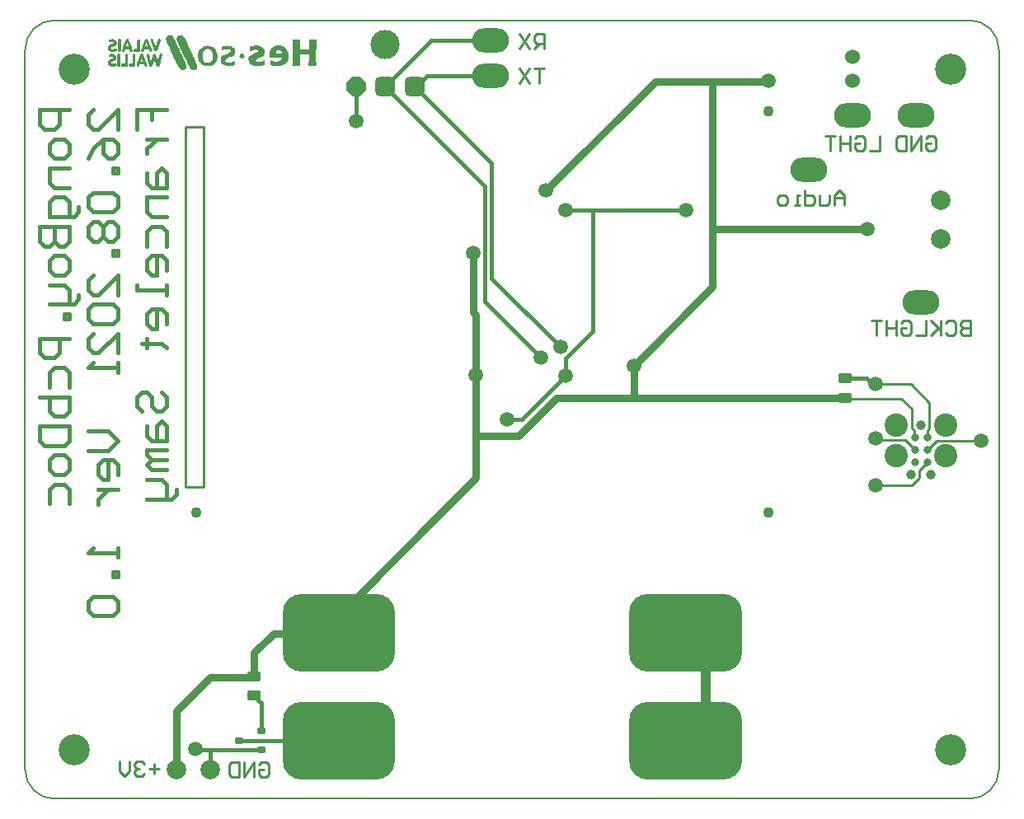
<source format=gtl>
G04*
G04 #@! TF.GenerationSoftware,Altium Limited,Altium Designer,19.0.10 (269)*
G04*
G04 Layer_Physical_Order=1*
G04 Layer_Color=255*
%FSLAX44Y44*%
%MOMM*%
G71*
G01*
G75*
G04:AMPARAMS|DCode=10|XSize=1.1mm|YSize=1.35mm|CornerRadius=0.1375mm|HoleSize=0mm|Usage=FLASHONLY|Rotation=270.000|XOffset=0mm|YOffset=0mm|HoleType=Round|Shape=RoundedRectangle|*
%AMROUNDEDRECTD10*
21,1,1.1000,1.0750,0,0,270.0*
21,1,0.8250,1.3500,0,0,270.0*
1,1,0.2750,-0.5375,-0.4125*
1,1,0.2750,-0.5375,0.4125*
1,1,0.2750,0.5375,0.4125*
1,1,0.2750,0.5375,-0.4125*
%
%ADD10ROUNDEDRECTD10*%
%ADD11C,2.0000*%
G04:AMPARAMS|DCode=12|XSize=0.6mm|YSize=0.9mm|CornerRadius=0.15mm|HoleSize=0mm|Usage=FLASHONLY|Rotation=90.000|XOffset=0mm|YOffset=0mm|HoleType=Round|Shape=RoundedRectangle|*
%AMROUNDEDRECTD12*
21,1,0.6000,0.6000,0,0,90.0*
21,1,0.3000,0.9000,0,0,90.0*
1,1,0.3000,0.3000,0.1500*
1,1,0.3000,0.3000,-0.1500*
1,1,0.3000,-0.3000,-0.1500*
1,1,0.3000,-0.3000,0.1500*
%
%ADD12ROUNDEDRECTD12*%
%ADD13C,0.8000*%
%ADD14C,0.7500*%
%ADD15C,0.4500*%
%ADD16C,1.0000*%
%ADD17C,0.2500*%
%ADD18C,0.2540*%
%ADD19C,0.4000*%
%ADD20C,0.1500*%
%ADD21O,3.8000X2.5000*%
G04:AMPARAMS|DCode=22|XSize=2.032mm|YSize=2.032mm|CornerRadius=0.508mm|HoleSize=0mm|Usage=FLASHONLY|Rotation=180.000|XOffset=0mm|YOffset=0mm|HoleType=Round|Shape=RoundedRectangle|*
%AMROUNDEDRECTD22*
21,1,2.0320,1.0160,0,0,180.0*
21,1,1.0160,2.0320,0,0,180.0*
1,1,1.0160,-0.5080,0.5080*
1,1,1.0160,0.5080,0.5080*
1,1,1.0160,0.5080,-0.5080*
1,1,1.0160,-0.5080,-0.5080*
%
%ADD22ROUNDEDRECTD22*%
%ADD23P,2.1994X8X202.5*%
%ADD24C,3.0000*%
G04:AMPARAMS|DCode=25|XSize=8mm|YSize=8mm|CornerRadius=2mm|HoleSize=0mm|Usage=FLASHONLY|Rotation=180.000|XOffset=0mm|YOffset=0mm|HoleType=Round|Shape=RoundedRectangle|*
%AMROUNDEDRECTD25*
21,1,8.0000,4.0000,0,0,180.0*
21,1,4.0000,8.0000,0,0,180.0*
1,1,4.0000,-2.0000,2.0000*
1,1,4.0000,2.0000,2.0000*
1,1,4.0000,2.0000,-2.0000*
1,1,4.0000,-2.0000,-2.0000*
%
%ADD25ROUNDEDRECTD25*%
%ADD26C,1.1000*%
%ADD27C,2.4000*%
%ADD28C,1.0000*%
%ADD29C,3.2000*%
%ADD30C,1.5240*%
%ADD31C,1.5000*%
G36*
X86514Y780663D02*
X85959Y780571D01*
X85311Y780478D01*
X84663Y780293D01*
X84107Y780015D01*
X83737Y779738D01*
X83552Y779367D01*
Y777979D01*
X84292Y777238D01*
X87070Y777979D01*
X87162D01*
X87255Y777886D01*
X87718Y777608D01*
X88273Y777330D01*
X88366Y777145D01*
X88458Y776960D01*
X83552Y774460D01*
X83459Y774368D01*
X83366Y774275D01*
X82996Y773720D01*
X82718Y772979D01*
X82533Y772516D01*
Y772053D01*
Y771312D01*
Y771127D01*
X82626Y770757D01*
X82811Y770109D01*
X83089Y769461D01*
X83644Y768720D01*
X84478Y768072D01*
X84940Y767887D01*
X85589Y767702D01*
X86237Y767517D01*
X88551D01*
X89014Y767609D01*
X89570Y767702D01*
X90125Y767980D01*
X90773Y768257D01*
X91236Y768720D01*
X91606Y769276D01*
Y770294D01*
X90958Y770942D01*
X90588D01*
X87070Y770294D01*
X86977D01*
X86885Y770387D01*
X86329Y770664D01*
X85866Y771220D01*
X85774Y771590D01*
X85681Y772053D01*
X85774D01*
X85866Y772146D01*
X86144Y772238D01*
X86514Y772331D01*
X87440Y772701D01*
X88458Y773164D01*
X89477Y773720D01*
X90403Y774275D01*
X91144Y774923D01*
X91421Y775201D01*
X91606Y775571D01*
Y776960D01*
Y777145D01*
X91514Y777516D01*
X91329Y778164D01*
X91051Y778904D01*
X90495Y779552D01*
X89662Y780201D01*
X89199Y780386D01*
X88551Y780571D01*
X87903Y780756D01*
X86885D01*
X86514Y780663D01*
D02*
G37*
G36*
X126232Y780386D02*
Y780108D01*
Y780015D01*
X126418Y779552D01*
X126603Y778997D01*
X126788Y778256D01*
X127066Y777330D01*
X127436Y776312D01*
X128177Y774183D01*
X129010Y771961D01*
X129380Y770942D01*
X129751Y770016D01*
X130213Y769276D01*
X130491Y768720D01*
X130862Y768257D01*
X131139Y768165D01*
X132250D01*
X132436Y768350D01*
X132528Y768535D01*
X132713Y768813D01*
X132991Y769183D01*
X133176Y769739D01*
X133546Y770387D01*
X133917Y771127D01*
X134287Y772146D01*
X134750Y773349D01*
X135213Y774738D01*
X135768Y776312D01*
X136417Y778256D01*
X137065Y780386D01*
X136046Y781126D01*
X134935D01*
X134843Y781034D01*
X134565Y780756D01*
X134194Y780201D01*
X134009Y779830D01*
X133732Y779367D01*
X133546Y778719D01*
X133269Y778071D01*
X132898Y777238D01*
X132621Y776219D01*
X132250Y775108D01*
X131880Y773812D01*
X131787Y773905D01*
X131602Y774183D01*
X131232Y774738D01*
X131047Y775201D01*
X130862Y775664D01*
X130584Y776219D01*
X130306Y776960D01*
X130028Y777793D01*
X129565Y778719D01*
X129195Y779830D01*
X128732Y781126D01*
X126973D01*
X126232Y780386D01*
D02*
G37*
G36*
X272421Y779738D02*
X272051D01*
X272421Y778719D01*
X272051Y754555D01*
X271773Y753537D01*
X272051Y753166D01*
X279087D01*
X279735Y753814D01*
Y765017D01*
X288901D01*
Y759462D01*
X288530Y753537D01*
X288901Y753166D01*
X295844D01*
X296215Y753537D01*
X296585D01*
X296215Y759832D01*
X296585Y779738D01*
X296215Y780108D01*
X289549D01*
X288901Y779367D01*
Y769924D01*
X279735D01*
Y775571D01*
X280105Y779738D01*
X279735Y780108D01*
X272791D01*
X272421Y779738D01*
D02*
G37*
G36*
X204280Y773720D02*
X203632D01*
X202706Y773534D01*
X201780Y773349D01*
X200577Y773072D01*
X199373Y772701D01*
Y769554D01*
X200021Y768905D01*
X200114Y768998D01*
X200391Y769090D01*
X200854Y769368D01*
X201410Y769646D01*
X202799Y770109D01*
X203539Y770201D01*
X204280Y770294D01*
X206409D01*
X206872Y770201D01*
X207335Y770016D01*
X207891Y769646D01*
X208354Y769276D01*
X208724Y768628D01*
X208816Y767794D01*
Y767702D01*
X208631Y767517D01*
X208261Y767239D01*
X207983Y767054D01*
X207613Y766869D01*
X207150Y766591D01*
X206595Y766313D01*
X205946Y766035D01*
X205113Y765665D01*
X204187Y765295D01*
X203076Y764924D01*
X201780Y764461D01*
X200391Y763998D01*
X200299Y763906D01*
X200021Y763628D01*
X199743Y763258D01*
X199280Y762795D01*
X198910Y762239D01*
X198632Y761591D01*
X198355Y761036D01*
X198262Y760480D01*
Y758351D01*
Y758258D01*
Y758166D01*
X198355Y757610D01*
X198725Y756777D01*
X199003Y756407D01*
X199373Y755851D01*
X199836Y755388D01*
X200391Y754925D01*
X201132Y754462D01*
X201965Y753999D01*
X202984Y753629D01*
X204187Y753259D01*
X205483Y752981D01*
X207057Y752796D01*
X207335D01*
X207613Y752888D01*
X208076D01*
X209002Y753074D01*
X210205Y753259D01*
X211316Y753537D01*
X212335Y753814D01*
X212798Y753999D01*
X213075Y754185D01*
X213260Y754370D01*
X213353Y754555D01*
Y755296D01*
Y755388D01*
Y755666D01*
X213260Y756129D01*
X213168Y756592D01*
X213075Y757055D01*
X212890Y757518D01*
X212612Y757888D01*
X212242Y758073D01*
X212149Y757981D01*
X211872Y757795D01*
X211409Y757518D01*
X210761Y757240D01*
X210020Y756870D01*
X209002Y756592D01*
X207891Y756407D01*
X206687Y756314D01*
X206131D01*
X205761Y756407D01*
X205206Y756592D01*
X204558Y756870D01*
X203909Y757240D01*
X203354Y757703D01*
X202984Y758351D01*
X202799Y759092D01*
Y759184D01*
X202891Y759369D01*
X203262Y759740D01*
X203539Y760017D01*
X203817Y760203D01*
X204280Y760573D01*
X204835Y760851D01*
X205576Y761221D01*
X206317Y761591D01*
X207335Y761962D01*
X208446Y762332D01*
X209742Y762795D01*
X211224Y763258D01*
X211316Y763350D01*
X211594Y763628D01*
X211872Y763998D01*
X212242Y764554D01*
X212705Y765109D01*
X212983Y765665D01*
X213260Y766220D01*
X213353Y766776D01*
Y768905D01*
Y768998D01*
X213260Y769090D01*
X213075Y769646D01*
X212612Y770479D01*
X211872Y771405D01*
X211409Y771775D01*
X210853Y772238D01*
X210205Y772701D01*
X209464Y773072D01*
X208539Y773349D01*
X207613Y773627D01*
X206502Y773720D01*
X205298Y773812D01*
X204835D01*
X204280Y773720D01*
D02*
G37*
G36*
X232147Y773720D02*
X231407Y773627D01*
X230574Y773534D01*
X229740Y773349D01*
X229092Y773072D01*
X228537Y772794D01*
X228444Y772609D01*
X228351Y772423D01*
Y769276D01*
X229092Y768165D01*
X229185Y768257D01*
X229463Y768350D01*
X229925Y768628D01*
X230481Y768905D01*
X231222Y769183D01*
X232147Y769461D01*
X233166Y769739D01*
X234277Y769924D01*
X234369D01*
X234647Y769831D01*
X235110Y769646D01*
X235480Y769461D01*
X235943Y769183D01*
X236406Y768813D01*
X236684Y768350D01*
X236777Y767794D01*
X236684D01*
X236406Y767609D01*
X235943Y767424D01*
X235388Y767146D01*
X234647Y766869D01*
X233906Y766498D01*
X232240Y765758D01*
X230574Y764832D01*
X229833Y764461D01*
X229092Y763998D01*
X228537Y763628D01*
X228074Y763258D01*
X227796Y762887D01*
X227703Y762610D01*
X226963Y759832D01*
Y759740D01*
Y759555D01*
X227055Y759184D01*
X227148Y758721D01*
X227426Y757610D01*
X227796Y756962D01*
X228166Y756314D01*
X228629Y755666D01*
X229277Y755018D01*
X230018Y754462D01*
X230944Y753907D01*
X232055Y753444D01*
X233258Y753074D01*
X234740Y752888D01*
X236406Y752796D01*
X237980D01*
X238906Y752888D01*
X239924Y752981D01*
X241035Y753259D01*
X242146Y753537D01*
X243072Y753999D01*
X243442Y754277D01*
X243720Y754555D01*
Y758351D01*
X243072Y759091D01*
X242887Y758999D01*
X242517Y758721D01*
X241869Y758444D01*
X241035Y758073D01*
X240202Y757610D01*
X239184Y757333D01*
X238165Y757055D01*
X237147Y756962D01*
X236869D01*
X236499Y757055D01*
X236128Y757147D01*
X235665Y757425D01*
X235110Y757703D01*
X234647Y758166D01*
X234277Y758721D01*
Y759091D01*
X234369Y759277D01*
X234740Y759462D01*
X234925Y759647D01*
X235295Y759832D01*
X235665Y760110D01*
X236221Y760388D01*
X236869Y760758D01*
X237702Y761128D01*
X238628Y761591D01*
X239647Y762054D01*
X240943Y762610D01*
X242332Y763258D01*
X242424Y763350D01*
X242517Y763628D01*
X242794Y763906D01*
X242980Y764369D01*
X243535Y765387D01*
X243628Y765943D01*
X243720Y766406D01*
Y768535D01*
Y768628D01*
Y768720D01*
X243628Y769183D01*
X243350Y769831D01*
X242887Y770664D01*
X242517Y771127D01*
X242146Y771590D01*
X241591Y772053D01*
X240943Y772423D01*
X240202Y772886D01*
X239276Y773257D01*
X238258Y773534D01*
X237147Y773812D01*
X232703D01*
X232147Y773720D01*
D02*
G37*
G36*
X112623Y779367D02*
Y770664D01*
X110401D01*
X110216Y770572D01*
X109845D01*
X109475Y770387D01*
X109105Y770294D01*
X108734Y770109D01*
X108549Y769831D01*
X108456Y769554D01*
Y768535D01*
X109105Y767794D01*
X115030D01*
X115771Y768535D01*
Y779738D01*
Y779830D01*
X115678Y779923D01*
X115400Y780293D01*
X115122Y780478D01*
X114752Y780571D01*
X114197Y780756D01*
X113641D01*
X112623Y779367D01*
D02*
G37*
G36*
X92995Y779738D02*
Y768535D01*
X94106Y767517D01*
X94754D01*
X95865Y768535D01*
Y779738D01*
X94754Y780756D01*
X94106D01*
X92995Y779738D01*
D02*
G37*
G36*
X101513Y780571D02*
X101328Y780386D01*
X101050Y780108D01*
X100865Y779738D01*
X100587Y779275D01*
X100217Y778627D01*
X99846Y777793D01*
X99476Y776775D01*
X99013Y775571D01*
X98550Y774183D01*
X97995Y772609D01*
X97439Y770664D01*
X96884Y768535D01*
X97902Y767517D01*
X98643D01*
X98828Y767609D01*
X99013Y767702D01*
X99198Y767887D01*
X99383Y768165D01*
X99661Y768720D01*
X99846Y769368D01*
X100031Y770294D01*
X104198D01*
X104568Y769924D01*
Y769831D01*
X104753Y769554D01*
X104938Y769183D01*
X105216Y768720D01*
X105494Y768257D01*
X105772Y767887D01*
X106049Y767609D01*
X106327Y767517D01*
X106975D01*
X108086Y768535D01*
Y768720D01*
X107901Y769090D01*
X107716Y769646D01*
X107531Y770479D01*
X107253Y771405D01*
X106883Y772423D01*
X106142Y774645D01*
X105401Y776868D01*
X104938Y777886D01*
X104568Y778812D01*
X104198Y779645D01*
X103827Y780201D01*
X103457Y780663D01*
X103179Y780756D01*
X101698D01*
X101513Y780571D01*
D02*
G37*
G36*
X121974Y780663D02*
X121511Y780386D01*
X120955Y779830D01*
X120585Y779460D01*
X120215Y778997D01*
X119937Y778349D01*
X119566Y777701D01*
X119196Y776868D01*
X118826Y775849D01*
X118455Y774738D01*
X118178Y773442D01*
X116419Y768535D01*
X117900Y767517D01*
X118178D01*
X118270Y767609D01*
X118455Y767702D01*
X119011Y768257D01*
X119659Y769090D01*
X119844Y769646D01*
X119937Y770294D01*
X124473D01*
Y770201D01*
X124566Y769831D01*
X124751Y769461D01*
X124936Y768905D01*
X125214Y768443D01*
X125584Y767980D01*
X126047Y767609D01*
X126603Y767517D01*
X126695D01*
X126788Y767609D01*
X127251Y767794D01*
X127806Y768257D01*
X127899Y768535D01*
X127992Y768905D01*
Y768998D01*
X127806Y769368D01*
X127714Y769924D01*
X127436Y770572D01*
X127158Y771405D01*
X126881Y772331D01*
X126140Y774368D01*
X125307Y776497D01*
X124844Y777516D01*
X124381Y778441D01*
X123918Y779182D01*
X123547Y779923D01*
X123085Y780386D01*
X122714Y780756D01*
X122344D01*
X121974Y780663D01*
D02*
G37*
G36*
X85033Y765295D02*
X84663Y765202D01*
X84292Y765017D01*
X83922Y764832D01*
X83552Y764461D01*
X83274Y763998D01*
Y762980D01*
Y762887D01*
X83366Y762610D01*
X83737Y762332D01*
X83922Y762239D01*
X84292D01*
X87810Y762610D01*
X88088Y762239D01*
Y761221D01*
X87996D01*
X87810Y761128D01*
X87533Y761036D01*
X87162Y760943D01*
X86237Y760573D01*
X85126Y760110D01*
X84015Y759462D01*
X83089Y758721D01*
X82718Y758258D01*
X82441Y757795D01*
X82255Y757240D01*
X82163Y756684D01*
Y756499D01*
X82255Y756036D01*
X82441Y755388D01*
X82811Y754648D01*
X83366Y753814D01*
X84200Y753074D01*
X84755Y752796D01*
X85403Y752518D01*
X86237Y752333D01*
X87070Y752148D01*
X87255D01*
X87810Y752240D01*
X88458Y752426D01*
X89292Y752611D01*
X90125Y752888D01*
X90866Y753259D01*
X91421Y753722D01*
X91514Y753907D01*
X91606Y754185D01*
Y754555D01*
X90588Y755944D01*
X86422Y755296D01*
X85681Y755944D01*
Y756684D01*
X85774Y756777D01*
X85959Y756962D01*
X86329Y757147D01*
X86885Y757425D01*
X87718Y757795D01*
X88273Y757981D01*
X88921Y758166D01*
X89755Y758444D01*
X90588Y758721D01*
X91236Y760851D01*
Y761869D01*
Y762054D01*
X91051Y762425D01*
X90866Y762980D01*
X90588Y763628D01*
X90125Y764276D01*
X89477Y764832D01*
X88736Y765202D01*
X87810Y765387D01*
X85403D01*
X85033Y765295D01*
D02*
G37*
G36*
X219093Y765665D02*
X218908Y765572D01*
X218630Y765387D01*
X218353Y765017D01*
X218075Y764554D01*
X217797Y763998D01*
X217519Y763258D01*
Y763165D01*
X217612Y762887D01*
X217797Y762610D01*
X217982Y762147D01*
X218538Y761314D01*
X218908Y761036D01*
X219278Y760851D01*
X220667D01*
X221130Y760943D01*
X221500Y761128D01*
X221963Y761406D01*
X222426Y761869D01*
X222704Y762425D01*
X222796Y763258D01*
Y763350D01*
Y763536D01*
X222704Y763906D01*
X222611Y764276D01*
X222426Y764739D01*
X222241Y765109D01*
X221871Y765480D01*
X221408Y765758D01*
X219186D01*
X219093Y765665D01*
D02*
G37*
G36*
X122437Y764647D02*
Y764369D01*
Y764276D01*
X122529Y763813D01*
X122622Y763258D01*
X122714Y762517D01*
X122899Y761591D01*
X123085Y760573D01*
X123547Y758444D01*
X124010Y756221D01*
X124288Y755203D01*
X124566Y754277D01*
X124844Y753537D01*
X125029Y752981D01*
X125307Y752518D01*
X125584Y752426D01*
X127436D01*
X127529Y752518D01*
X127806Y752796D01*
X128084Y753351D01*
X128269Y753722D01*
X128547Y754277D01*
X128732Y754833D01*
X129010Y755573D01*
X129288Y756407D01*
X129565Y757425D01*
X129843Y758536D01*
X130121Y759832D01*
X130491D01*
Y759740D01*
X130584Y759555D01*
X130676Y759184D01*
X130769Y758721D01*
X131047Y757518D01*
X131417Y756129D01*
X131880Y754740D01*
X132343Y753629D01*
X132528Y753074D01*
X132806Y752703D01*
X132991Y752518D01*
X133269Y752426D01*
X135120D01*
X135213Y752611D01*
X135398Y752796D01*
X135491Y753074D01*
X135676Y753444D01*
X135861Y753907D01*
X136046Y754555D01*
X136324Y755388D01*
X136602Y756314D01*
X136880Y757425D01*
X137157Y758814D01*
X137435Y760388D01*
X137805Y762239D01*
X138176Y764369D01*
Y764647D01*
X137435Y765387D01*
X136324D01*
X136231Y765295D01*
X135954Y765017D01*
X135676Y764461D01*
X135491Y763998D01*
X135306Y763536D01*
X135028Y762887D01*
X134843Y762147D01*
X134657Y761314D01*
X134380Y760203D01*
X134194Y759092D01*
X133917Y757703D01*
X133639D01*
Y757795D01*
X133546Y758073D01*
X133454Y758444D01*
X133361Y758906D01*
X133084Y760110D01*
X132713Y761591D01*
X132250Y762980D01*
X131787Y764184D01*
X131510Y764647D01*
X131232Y765017D01*
X131047Y765295D01*
X130769Y765387D01*
X129658D01*
X129565Y765295D01*
X129288Y765017D01*
X128917Y764461D01*
X128732Y763998D01*
X128547Y763536D01*
X128269Y762887D01*
X128084Y762147D01*
X127806Y761314D01*
X127529Y760203D01*
X127251Y759092D01*
X126973Y757703D01*
X126603D01*
Y757795D01*
X126510Y758073D01*
Y758444D01*
X126418Y758906D01*
X126140Y760110D01*
X125862Y761591D01*
X125492Y762980D01*
X125121Y764184D01*
X124844Y764647D01*
X124658Y765017D01*
X124381Y765295D01*
X124196Y765387D01*
X123085D01*
X122437Y764647D01*
D02*
G37*
G36*
X183912Y773720D02*
X183449Y773627D01*
X182893Y773534D01*
X182153Y773349D01*
X181412Y773072D01*
X179745Y772331D01*
X178912Y771775D01*
X178079Y771220D01*
X177338Y770572D01*
X176598Y769739D01*
X176042Y768813D01*
X175579Y767794D01*
X175301Y766683D01*
X175209Y765387D01*
Y762239D01*
Y762147D01*
Y761869D01*
X175301Y761406D01*
X175487Y760851D01*
X175579Y760110D01*
X175857Y759369D01*
X176135Y758536D01*
X176598Y757703D01*
X177061Y756870D01*
X177616Y756036D01*
X178357Y755296D01*
X179190Y754555D01*
X180116Y753999D01*
X181227Y753537D01*
X182523Y753259D01*
X183912Y753166D01*
X186411D01*
X186874Y753259D01*
X187430Y753351D01*
X188170Y753444D01*
X188911Y753722D01*
X189744Y753999D01*
X190578Y754462D01*
X191411Y754925D01*
X192244Y755666D01*
X192985Y756407D01*
X193725Y757425D01*
X194281Y758536D01*
X194744Y759925D01*
X195022Y761499D01*
X195114Y763258D01*
Y763350D01*
Y763721D01*
X195022Y764276D01*
X194929Y764924D01*
X194744Y765665D01*
X194559Y766591D01*
X194188Y767517D01*
X193725Y768535D01*
X193170Y769554D01*
X192429Y770479D01*
X191596Y771405D01*
X190578Y772146D01*
X189281Y772886D01*
X187893Y773349D01*
X186226Y773720D01*
X184282Y773812D01*
X184189D01*
X183912Y773720D01*
D02*
G37*
G36*
X255201Y773720D02*
X254275Y773534D01*
X253164Y773072D01*
X251868Y772331D01*
X251312Y771868D01*
X250664Y771312D01*
X250109Y770572D01*
X249553Y769739D01*
X249090Y768813D01*
X248627Y767794D01*
X248349Y764647D01*
Y762980D01*
X247979Y762610D01*
Y762239D01*
X248072D01*
X248349Y762147D01*
X248812Y762054D01*
X249553Y761869D01*
X250571Y761777D01*
X251868Y761591D01*
X253442Y761499D01*
X261218D01*
X261126Y761313D01*
X260941Y760943D01*
X260663Y760295D01*
X260107Y759647D01*
X259459Y758906D01*
X258626Y758258D01*
X257608Y757888D01*
X256311Y757703D01*
X254275D01*
X249368Y759091D01*
X248997Y758721D01*
Y754925D01*
Y754833D01*
X249183Y754648D01*
X249553Y754370D01*
X250109Y753999D01*
X250942Y753629D01*
X251497Y753444D01*
X252238Y753259D01*
X252978Y753166D01*
X253904Y752981D01*
X254923Y752888D01*
X256034Y752796D01*
X257515D01*
X257885Y752888D01*
X258441Y752981D01*
X259089Y753074D01*
X259922Y753351D01*
X260848Y753629D01*
X261866Y753907D01*
X262792Y754370D01*
X263811Y754925D01*
X264829Y755573D01*
X265755Y756314D01*
X266588Y757240D01*
X267236Y758258D01*
X267792Y759462D01*
X268162Y760758D01*
X268255Y762239D01*
Y763258D01*
Y763350D01*
Y763628D01*
X268162Y764091D01*
X268070Y764739D01*
X267977Y765387D01*
X267792Y766220D01*
X267514Y767146D01*
X267144Y767980D01*
X266681Y768905D01*
X266125Y769831D01*
X265385Y770757D01*
X264551Y771590D01*
X263533Y772331D01*
X262329Y772979D01*
X261033Y773442D01*
X259459Y773812D01*
X255571D01*
X255201Y773720D01*
D02*
G37*
G36*
X92347Y764647D02*
Y753166D01*
X92995Y752426D01*
X94384D01*
X95125Y753166D01*
Y764647D01*
X94384Y765387D01*
X92995D01*
X92347Y764647D01*
D02*
G37*
G36*
X100031Y764369D02*
Y755296D01*
X96513D01*
X95865Y754555D01*
Y753166D01*
X96513Y752426D01*
X102161D01*
X102346Y752518D01*
X102624Y752796D01*
X102809Y753074D01*
X102994Y753444D01*
X103087Y753999D01*
X103179Y754555D01*
Y764369D01*
X102161Y765387D01*
X101050D01*
X100031Y764369D01*
D02*
G37*
G36*
X108086Y764647D02*
Y755296D01*
X104568D01*
X103550Y754185D01*
Y753537D01*
X104568Y752426D01*
X109845D01*
X110864Y753537D01*
Y764369D01*
X109845Y765387D01*
X108734D01*
X108086Y764647D01*
D02*
G37*
G36*
X116233Y765202D02*
X116048Y765017D01*
X115863Y764832D01*
X115678Y764461D01*
X115400Y763998D01*
X115122Y763350D01*
X114845Y762610D01*
X114474Y761777D01*
X114011Y760666D01*
X113548Y759369D01*
X113086Y757888D01*
X112530Y756129D01*
X111882Y754185D01*
Y753166D01*
X112623Y752426D01*
X113826D01*
X113919Y752518D01*
X114197Y752703D01*
X114382Y753074D01*
X114660Y753444D01*
X114845Y754092D01*
X115030Y754925D01*
X119381D01*
X119474Y754833D01*
X119659Y754648D01*
X119844Y754277D01*
X120122Y753907D01*
X120400Y753259D01*
X120677Y752426D01*
X122159D01*
X122529Y752611D01*
X122714Y752796D01*
X122807Y752981D01*
X122992Y753351D01*
X123085Y753814D01*
Y753907D01*
X122899Y754277D01*
X122714Y754925D01*
X122529Y755666D01*
X122159Y756499D01*
X121881Y757518D01*
X121048Y759647D01*
X120215Y761684D01*
X119844Y762702D01*
X119474Y763628D01*
X119103Y764276D01*
X118733Y764924D01*
X118455Y765295D01*
X118178Y765387D01*
X116326D01*
X116233Y765202D01*
D02*
G37*
G36*
X144934Y784552D02*
X144471Y784367D01*
X143823Y784089D01*
X143175Y783533D01*
X142620Y782700D01*
X142434Y782237D01*
X142157Y781589D01*
X142064Y780941D01*
X141972Y780108D01*
Y780015D01*
X142064Y779830D01*
X142249Y779460D01*
X142434Y778997D01*
X142712Y778349D01*
X143083Y777608D01*
X143453Y776775D01*
X143823Y775849D01*
X144749Y773812D01*
X145860Y771498D01*
X146971Y768905D01*
X148175Y766220D01*
X149471Y763536D01*
X150767Y760851D01*
X151971Y758258D01*
X153174Y755851D01*
X154378Y753629D01*
X154933Y752703D01*
X155396Y751777D01*
X155859Y751037D01*
X156322Y750296D01*
X156692Y749741D01*
X157063Y749278D01*
X158822Y749000D01*
X159933D01*
X160303Y749093D01*
X160766Y749185D01*
X161321Y749463D01*
X161877Y749926D01*
X162525Y750574D01*
X162988Y751500D01*
X163358Y752796D01*
Y753537D01*
Y753629D01*
X163266Y753907D01*
X163173Y754277D01*
X162895Y754833D01*
X162617Y755573D01*
X162155Y756592D01*
X161599Y757888D01*
X160858Y759555D01*
X160396Y760573D01*
X159933Y761591D01*
X159377Y762795D01*
X158822Y763998D01*
X158174Y765387D01*
X157433Y766869D01*
X156692Y768535D01*
X155859Y770294D01*
X154933Y772146D01*
X154007Y774090D01*
X152989Y776219D01*
X151878Y778534D01*
X150674Y780941D01*
X149378Y783533D01*
X149286Y783626D01*
X149193Y783719D01*
X148545Y784089D01*
X147804Y784459D01*
X147341Y784644D01*
X145304D01*
X144934Y784552D01*
D02*
G37*
G36*
X155581D02*
X155303Y784459D01*
X154841Y784182D01*
X154378Y783719D01*
X154007Y783256D01*
X153544Y782700D01*
X153267Y781960D01*
X153174Y781126D01*
Y780386D01*
Y780201D01*
X153267Y779923D01*
X153359Y779552D01*
X153637Y778904D01*
X153915Y778071D01*
X154378Y776960D01*
X154933Y775571D01*
X155766Y773812D01*
X156137Y772794D01*
X156692Y771683D01*
X157248Y770479D01*
X157803Y769183D01*
X158544Y767794D01*
X159192Y766313D01*
X160025Y764647D01*
X160858Y762887D01*
X161784Y761036D01*
X162803Y758999D01*
X163821Y756870D01*
X165025Y754648D01*
X166228Y752240D01*
X167524Y749648D01*
X169654Y749000D01*
X171043D01*
X171413Y749093D01*
X171968Y749278D01*
X172524Y749556D01*
X173079Y750018D01*
X173635Y750574D01*
X174190Y751407D01*
Y753537D01*
Y753629D01*
X174098Y753907D01*
X174005Y754185D01*
X173820Y754740D01*
X173542Y755481D01*
X173172Y756407D01*
X172617Y757703D01*
X171968Y759277D01*
X171598Y760110D01*
X171135Y761128D01*
X170672Y762239D01*
X170117Y763443D01*
X169469Y764647D01*
X168913Y766035D01*
X168172Y767609D01*
X167432Y769183D01*
X166599Y770942D01*
X165765Y772794D01*
X164839Y774738D01*
X163821Y776868D01*
X162710Y779090D01*
X161599Y781497D01*
X161507Y781589D01*
X161414Y781867D01*
X161136Y782330D01*
X160858Y782793D01*
X159933Y783811D01*
X159377Y784274D01*
X158822Y784644D01*
X155674D01*
X155581Y784552D01*
D02*
G37*
%LPC*%
G36*
X102161Y776590D02*
X102809D01*
X103827Y773072D01*
X101050D01*
X102161Y776590D01*
D02*
G37*
G36*
X122066Y777238D02*
X122437D01*
X123455Y773072D01*
X121048D01*
X122066Y777238D01*
D02*
G37*
G36*
X185023Y770664D02*
X185208D01*
X185671Y770572D01*
X186411Y770387D01*
X187337Y769924D01*
X188170Y769276D01*
X188633Y768813D01*
X189004Y768257D01*
X189374Y767609D01*
X189744Y766869D01*
X190022Y766035D01*
X190207Y765017D01*
Y761869D01*
Y761777D01*
Y761591D01*
X190115Y761314D01*
X190022Y761036D01*
X189744Y760110D01*
X189374Y759092D01*
X188726Y758073D01*
X187985Y757147D01*
X187522Y756870D01*
X186967Y756592D01*
X186319Y756407D01*
X185671Y756314D01*
X184097D01*
X183541Y756407D01*
X182801Y756684D01*
X181967Y757147D01*
X181597Y757518D01*
X181134Y757981D01*
X180764Y758444D01*
X180486Y759092D01*
X180116Y759925D01*
X179931Y760758D01*
X179838Y761777D01*
X179745Y762980D01*
Y763258D01*
Y763350D01*
Y763536D01*
Y763906D01*
X179838Y764461D01*
X180023Y765572D01*
X180394Y766961D01*
X181042Y768350D01*
X181412Y768905D01*
X181967Y769554D01*
X182616Y770016D01*
X183263Y770387D01*
X184097Y770572D01*
X185023Y770664D01*
D02*
G37*
G36*
X258071Y769553D02*
X258163D01*
X258441Y769461D01*
X258811Y769368D01*
X259367Y769090D01*
X259830Y768628D01*
X260385Y767980D01*
X260848Y767054D01*
X261218Y765758D01*
X260848D01*
X257052Y766128D01*
X254923D01*
Y766406D01*
Y766498D01*
X255015Y766869D01*
X255201Y767424D01*
X255478Y767980D01*
X255849Y768535D01*
X256404Y769090D01*
X257145Y769461D01*
X258071Y769553D01*
D02*
G37*
G36*
X117159Y761869D02*
X117530D01*
X118548Y757703D01*
X116141D01*
X117159Y761869D01*
D02*
G37*
%LPD*%
D10*
X839493Y432000D02*
D03*
Y412000D02*
D03*
X232493Y126000D02*
D03*
Y106000D02*
D03*
D11*
X152493Y30000D02*
D03*
X187493D02*
D03*
X937493Y615000D02*
D03*
Y575000D02*
D03*
D12*
X216992Y60000D02*
D03*
X239993Y50500D02*
D03*
Y69500D02*
D03*
D13*
X911493Y358700D02*
D03*
Y371400D02*
D03*
X924193Y358700D02*
D03*
Y346000D02*
D03*
X911493D02*
D03*
X924193Y371400D02*
D03*
D14*
X457492Y500000D02*
Y561000D01*
X460493Y329513D02*
X301493Y170513D01*
X460493Y435250D02*
Y497000D01*
Y373000D02*
Y435250D01*
Y497000D02*
X457492Y500000D01*
X759993Y737000D02*
X703493D01*
X760492Y737500D02*
X759993Y737000D01*
X460493Y329513D02*
Y373000D01*
X503979D02*
X460493D01*
X542979Y412000D02*
X503979Y373000D01*
X622492Y412000D02*
X542979D01*
X703493Y585409D02*
Y737000D01*
Y526000D02*
Y585409D01*
X862493Y585000D02*
X703901D01*
X703493Y737000D02*
X644492D01*
X703493Y526000D02*
X622492Y445000D01*
X644492Y737000D02*
X532492Y625000D01*
X839493Y412000D02*
X622492D01*
Y445000D01*
X280979Y170000D02*
X252493D01*
X232493Y150000D01*
Y126000D02*
Y150000D01*
X231493Y125000D02*
X187493D01*
X152493Y90000D01*
Y30000D02*
Y90000D01*
D15*
X527492Y453000D02*
X469734Y510759D01*
Y629559D02*
X367492Y731800D01*
X469734Y510759D02*
Y629559D01*
X476493Y535000D02*
Y653000D01*
X547493Y464000D02*
X476493Y535000D01*
X337492Y696000D02*
Y731800D01*
X676493Y605000D02*
X580493D01*
X552492D01*
X580493Y480383D02*
Y605000D01*
Y480383D02*
X552492Y452383D01*
Y435000D02*
Y452383D01*
X187993Y50500D02*
X172992D01*
X239993D02*
X187993D01*
X187493Y30000D02*
Y50000D01*
X187993Y50500D02*
X187493Y50000D01*
X552492Y435000D02*
X507493Y390000D01*
X713493Y170513D02*
X696096Y153116D01*
X713493Y60000D02*
X696096Y77397D01*
X507493Y390000D02*
X492492D01*
X301493Y170513D02*
X281493D01*
X703901Y585000D02*
X703493Y585409D01*
X475493Y743000D02*
X410224D01*
X399024Y731800D01*
Y730468D02*
Y731800D01*
X476493Y653000D02*
X399024Y730468D01*
X414692Y779000D02*
X367492Y731800D01*
X475493Y779000D02*
X414692D01*
X861651Y432000D02*
X839493D01*
X867651Y426000D02*
X861651Y432000D01*
X870493Y426000D02*
X867651D01*
X281493Y170513D02*
X280979Y170000D01*
X172992Y50500D02*
X172493Y51000D01*
X232493Y126000D02*
X231493Y125000D01*
X239993Y69500D02*
Y98500D01*
X236992Y101500D01*
Y102750D01*
X233743Y106000D01*
X232493D01*
X281493Y60000D02*
X216992D01*
D16*
X696096Y77397D02*
Y153116D01*
D17*
X840493Y411000D02*
X839493Y412000D01*
X897493Y411000D02*
X840493D01*
X907693Y400800D02*
X897493Y411000D01*
X907693Y381169D02*
Y400800D01*
X910823Y378038D02*
X907693Y381169D01*
X910823Y372070D02*
Y378038D01*
X911493Y371400D02*
X910823Y372070D01*
X915933Y329883D02*
X908050Y322000D01*
X924193Y346000D02*
X915933Y337740D01*
Y329883D02*
Y337740D01*
X926093Y380683D02*
Y406900D01*
Y380683D02*
X924560Y379150D01*
Y371767D02*
Y379150D01*
Y371767D02*
X924193Y371400D01*
X908050Y322000D02*
X870493D01*
X901343Y368850D02*
X871643D01*
X870493Y370000D01*
X911493Y358700D02*
X901343Y368850D01*
X926093Y406900D02*
X906993Y426000D01*
X870493D01*
X979268Y368225D02*
X933718D01*
X979493Y368000D02*
X979268Y368225D01*
X933718D02*
X924193Y358700D01*
D18*
X922336Y678696D02*
X924875Y681235D01*
X929953D01*
X932493Y678696D01*
Y668539D01*
X929953Y666000D01*
X924875D01*
X922336Y668539D01*
Y673617D01*
X927414D01*
X917258Y666000D02*
Y681235D01*
X907101Y666000D01*
Y681235D01*
X902022D02*
Y666000D01*
X894405D01*
X891866Y668539D01*
Y678696D01*
X894405Y681235D01*
X902022D01*
X968493Y491235D02*
Y476000D01*
X960875D01*
X958336Y478539D01*
Y481078D01*
X960875Y483618D01*
X968493D01*
X960875D01*
X958336Y486157D01*
Y488696D01*
X960875Y491235D01*
X968493D01*
X943101Y488696D02*
X945640Y491235D01*
X950718D01*
X953258Y488696D01*
Y478539D01*
X950718Y476000D01*
X945640D01*
X943101Y478539D01*
X938022Y491235D02*
Y476000D01*
Y481078D01*
X927866Y491235D01*
X935483Y483618D01*
X927866Y476000D01*
X922787Y491235D02*
Y476000D01*
X912631D01*
X897395Y488696D02*
X899935Y491235D01*
X905013D01*
X907552Y488696D01*
Y478539D01*
X905013Y476000D01*
X899935D01*
X897395Y478539D01*
Y483618D01*
X902474D01*
X892317Y491235D02*
Y476000D01*
Y483618D01*
X882160D01*
Y491235D01*
Y476000D01*
X877082Y491235D02*
X866925D01*
X872004D01*
Y476000D01*
X838493Y610000D02*
Y620157D01*
X833414Y625235D01*
X828336Y620157D01*
Y610000D01*
Y617617D01*
X838493D01*
X823258Y620157D02*
Y612539D01*
X820718Y610000D01*
X813101D01*
Y620157D01*
X797866Y625235D02*
Y610000D01*
X805483D01*
X808022Y612539D01*
Y617617D01*
X805483Y620157D01*
X797866D01*
X792787Y610000D02*
X787709D01*
X790248D01*
Y620157D01*
X792787D01*
X777552Y610000D02*
X772474D01*
X769935Y612539D01*
Y617617D01*
X772474Y620157D01*
X777552D01*
X780091Y617617D01*
Y612539D01*
X777552Y610000D01*
X875492Y681235D02*
Y666000D01*
X865336D01*
X850101Y678696D02*
X852640Y681235D01*
X857718D01*
X860257Y678696D01*
Y668539D01*
X857718Y666000D01*
X852640D01*
X850101Y668539D01*
Y673617D01*
X855179D01*
X845022Y681235D02*
Y666000D01*
Y673617D01*
X834866D01*
Y681235D01*
Y666000D01*
X829787Y681235D02*
X819631D01*
X824709D01*
Y666000D01*
X530493Y750235D02*
X520336D01*
X525414D01*
Y735000D01*
X515257Y750235D02*
X505101Y735000D01*
Y750235D02*
X515257Y735000D01*
X530493Y771000D02*
Y786235D01*
X522875D01*
X520336Y783696D01*
Y778617D01*
X522875Y776078D01*
X530493D01*
X525414D02*
X520336Y771000D01*
X515257Y786235D02*
X505101Y771000D01*
Y786235D02*
X515257Y771000D01*
X135492Y30617D02*
X125336D01*
X130414Y35696D02*
Y25539D01*
X120258Y35696D02*
X117718Y38235D01*
X112640D01*
X110101Y35696D01*
Y33157D01*
X112640Y30617D01*
X115179D01*
X112640D01*
X110101Y28078D01*
Y25539D01*
X112640Y23000D01*
X117718D01*
X120258Y25539D01*
X105022Y38235D02*
Y28078D01*
X99944Y23000D01*
X94866Y28078D01*
Y38235D01*
X237336Y34696D02*
X239875Y37235D01*
X244953D01*
X247493Y34696D01*
Y24539D01*
X244953Y22000D01*
X239875D01*
X237336Y24539D01*
Y29618D01*
X242414D01*
X232257Y22000D02*
Y37235D01*
X222101Y22000D01*
Y37235D01*
X217022D02*
Y22000D01*
X209405D01*
X206866Y24539D01*
Y34696D01*
X209405Y37235D01*
X217022D01*
X180493Y690000D02*
X180492Y320000D01*
X162493D01*
X162493Y690000D02*
X162493Y320000D01*
X180493Y690000D02*
X162493D01*
D19*
X112506Y688006D02*
Y708000D01*
X127501D01*
Y698003D01*
Y708000D01*
X142496D01*
X122502Y678010D02*
X142496D01*
X132499D01*
X127501Y673011D01*
X122502Y668013D01*
Y663015D01*
Y643021D02*
Y633024D01*
X127501Y628026D01*
X142496D01*
Y643021D01*
X137497Y648019D01*
X132499Y643021D01*
Y628026D01*
X142496Y618029D02*
X122502D01*
Y603034D01*
X127501Y598036D01*
X142496D01*
X122502Y568045D02*
Y583040D01*
X127501Y588039D01*
X137497D01*
X142496Y583040D01*
Y568045D01*
Y543053D02*
Y553050D01*
X137497Y558049D01*
X127501D01*
X122502Y553050D01*
Y543053D01*
X127501Y538055D01*
X132499D01*
Y558049D01*
X142496Y528058D02*
Y518061D01*
Y523060D01*
X112506D01*
Y528058D01*
X142496Y488071D02*
Y498068D01*
X137497Y503066D01*
X127501D01*
X122502Y498068D01*
Y488071D01*
X127501Y483073D01*
X132499D01*
Y503066D01*
X117504Y468078D02*
X122502D01*
Y473076D01*
Y463079D01*
Y468078D01*
X137497D01*
X142496Y463079D01*
X117504Y398100D02*
X112506Y403099D01*
Y413095D01*
X117504Y418094D01*
X122502D01*
X127501Y413095D01*
Y403099D01*
X132499Y398100D01*
X137497D01*
X142496Y403099D01*
Y413095D01*
X137497Y418094D01*
X122502Y383105D02*
Y373108D01*
X127501Y368110D01*
X142496D01*
Y383105D01*
X137497Y388103D01*
X132499Y383105D01*
Y368110D01*
X142496Y358113D02*
X122502D01*
Y353115D01*
X127501Y348116D01*
X142496D01*
X127501D01*
X122502Y343118D01*
X127501Y338120D01*
X142496D01*
X122502Y328123D02*
X137497D01*
X142496Y323125D01*
Y308129D01*
X147494D01*
X152493Y313128D01*
Y318126D01*
X142496Y308129D02*
X122502D01*
X92496Y688006D02*
Y708000D01*
X72502Y688006D01*
X67504D01*
X62505Y693005D01*
Y703002D01*
X67504Y708000D01*
X62505Y658016D02*
X67504Y668013D01*
X77501Y678010D01*
X87497D01*
X92496Y673011D01*
Y663015D01*
X87497Y658016D01*
X82499D01*
X77501Y663015D01*
Y678010D01*
X92496Y648019D02*
X87497D01*
Y643021D01*
X92496D01*
Y648019D01*
X67504Y623027D02*
X62505Y618029D01*
Y608032D01*
X67504Y603034D01*
X87497D01*
X92496Y608032D01*
Y618029D01*
X87497Y623027D01*
X67504D01*
Y593037D02*
X62505Y588039D01*
Y578042D01*
X67504Y573044D01*
X72502D01*
X77501Y578042D01*
X82499Y573044D01*
X87497D01*
X92496Y578042D01*
Y588039D01*
X87497Y593037D01*
X82499D01*
X77501Y588039D01*
X72502Y593037D01*
X67504D01*
X77501Y588039D02*
Y578042D01*
X92496Y563047D02*
X87497D01*
Y558049D01*
X92496D01*
Y563047D01*
Y518061D02*
Y538055D01*
X72502Y518061D01*
X67504D01*
X62505Y523060D01*
Y533057D01*
X67504Y538055D01*
Y508065D02*
X62505Y503066D01*
Y493069D01*
X67504Y488071D01*
X87497D01*
X92496Y493069D01*
Y503066D01*
X87497Y508065D01*
X67504D01*
X92496Y458081D02*
Y478074D01*
X72502Y458081D01*
X67504D01*
X62505Y463079D01*
Y473076D01*
X67504Y478074D01*
X92496Y448084D02*
Y438087D01*
Y443086D01*
X62505D01*
X67504Y448084D01*
X62505Y378000D02*
X82499D01*
X92496Y368003D01*
X82499Y358006D01*
X62505D01*
X92496Y333014D02*
Y343011D01*
X87497Y348010D01*
X77501D01*
X72502Y343011D01*
Y333014D01*
X77501Y328016D01*
X82499D01*
Y348010D01*
X72502Y318019D02*
X92496D01*
X82499D01*
X77501Y313021D01*
X72502Y308023D01*
Y303024D01*
X92496Y258039D02*
Y248042D01*
Y253040D01*
X62505D01*
X67504Y258039D01*
X92496Y233047D02*
X87497D01*
Y228048D01*
X92496D01*
Y233047D01*
X67504Y208055D02*
X62505Y203057D01*
Y193060D01*
X67504Y188061D01*
X87497D01*
X92496Y193060D01*
Y203057D01*
X87497Y208055D01*
X67504D01*
X42496Y708000D02*
X12506D01*
Y693005D01*
X17504Y688006D01*
X27501D01*
X32499Y693005D01*
Y708000D01*
X42496Y673011D02*
Y663015D01*
X37497Y658016D01*
X27501D01*
X22502Y663015D01*
Y673011D01*
X27501Y678010D01*
X37497D01*
X42496Y673011D01*
Y648019D02*
X22502D01*
Y633024D01*
X27501Y628026D01*
X42496D01*
X52493Y608032D02*
Y603034D01*
X47494Y598036D01*
X22502D01*
Y613031D01*
X27501Y618029D01*
X37497D01*
X42496Y613031D01*
Y598036D01*
X12506Y588039D02*
X42496D01*
Y573044D01*
X37497Y568045D01*
X32499D01*
X27501Y573044D01*
Y588039D01*
Y573044D01*
X22502Y568045D01*
X17504D01*
X12506Y573044D01*
Y588039D01*
X42496Y553050D02*
Y543053D01*
X37497Y538055D01*
X27501D01*
X22502Y543053D01*
Y553050D01*
X27501Y558049D01*
X37497D01*
X42496Y553050D01*
X22502Y528058D02*
X37497D01*
X42496Y523060D01*
Y508065D01*
X47494D01*
X52493Y513063D01*
Y518061D01*
X42496Y508065D02*
X22502D01*
X42496Y498068D02*
X37497D01*
Y493069D01*
X42496D01*
Y498068D01*
Y473076D02*
X12506D01*
Y458081D01*
X17504Y453083D01*
X27501D01*
X32499Y458081D01*
Y473076D01*
X22502Y423092D02*
Y438087D01*
X27501Y443086D01*
X37497D01*
X42496Y438087D01*
Y423092D01*
X12506Y413095D02*
X42496D01*
Y398100D01*
X37497Y393102D01*
X32499D01*
X27501D01*
X22502Y398100D01*
Y413095D01*
X12506Y383105D02*
X42496D01*
Y368110D01*
X37497Y363112D01*
X17504D01*
X12506Y368110D01*
Y383105D01*
X42496Y348116D02*
Y338120D01*
X37497Y333121D01*
X27501D01*
X22502Y338120D01*
Y348116D01*
X27501Y353115D01*
X37497D01*
X42496Y348116D01*
X22502Y303131D02*
Y318126D01*
X27501Y323125D01*
X37497D01*
X42496Y318126D01*
Y303131D01*
D20*
X967493Y0D02*
G03*
X997493Y30000I0J30000D01*
G01*
X-2508Y29954D02*
G03*
X27447Y0I29954J0D01*
G01*
X27492Y800000D02*
G03*
X-2508Y770000I0J-30000D01*
G01*
X997493D02*
G03*
X967493Y800000I-30000J0D01*
G01*
Y0D02*
X27447D01*
X-2508Y29954D02*
Y770000D01*
X967493Y800000D02*
X27492D01*
X997493Y30000D02*
Y770000D01*
D21*
X912493Y701957D02*
D03*
X802493Y646000D02*
D03*
X917843Y510000D02*
D03*
X475493Y743000D02*
D03*
Y779000D02*
D03*
X847493Y702000D02*
D03*
D22*
X397493Y731800D02*
D03*
X367492D02*
D03*
D23*
X337492D02*
D03*
D24*
X367492Y775000D02*
D03*
D25*
X693493Y170513D02*
D03*
X301493D02*
D03*
X657493D02*
D03*
X337493D02*
D03*
X301493Y60000D02*
D03*
X693493D02*
D03*
X337492D02*
D03*
X657493D02*
D03*
D26*
X760993Y293900D02*
D03*
X173393D02*
D03*
X760993Y706100D02*
D03*
D27*
X943243Y352350D02*
D03*
X892443D02*
D03*
X943243Y384100D02*
D03*
X892443D02*
D03*
D28*
X917843D02*
D03*
X907683Y333300D02*
D03*
X928003D02*
D03*
D29*
X47493Y49999D02*
D03*
Y749999D02*
D03*
X947493D02*
D03*
X947493Y50000D02*
D03*
D30*
X847493Y762500D02*
D03*
Y737500D02*
D03*
D31*
X457492Y561000D02*
D03*
X460493Y435250D02*
D03*
X337492Y696000D02*
D03*
X760492Y737500D02*
D03*
X676493Y605000D02*
D03*
X552492D02*
D03*
X547493Y464000D02*
D03*
X527492Y453000D02*
D03*
X492492Y390000D02*
D03*
X862493Y585000D02*
D03*
X532492Y625000D02*
D03*
X870493Y426000D02*
D03*
Y322000D02*
D03*
Y370000D02*
D03*
X979493Y368000D02*
D03*
X552492Y435000D02*
D03*
X622492Y445000D02*
D03*
X172493Y51000D02*
D03*
M02*

</source>
